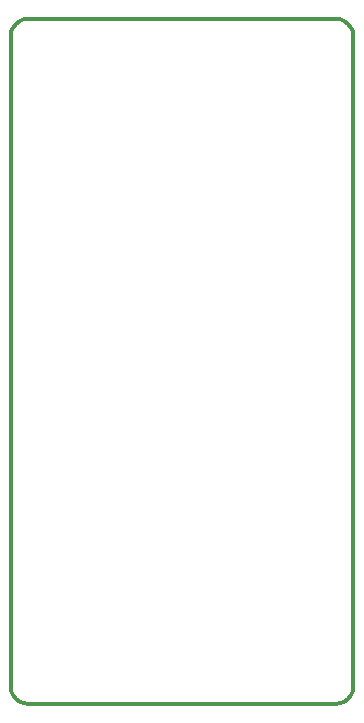
<source format=gbr>
%TF.GenerationSoftware,KiCad,Pcbnew,7.0.6-0*%
%TF.CreationDate,2024-01-10T12:45:23-06:00*%
%TF.ProjectId,ESP32_DevKit,45535033-325f-4446-9576-4b69742e6b69,rev?*%
%TF.SameCoordinates,Original*%
%TF.FileFunction,Profile,NP*%
%FSLAX46Y46*%
G04 Gerber Fmt 4.6, Leading zero omitted, Abs format (unit mm)*
G04 Created by KiCad (PCBNEW 7.0.6-0) date 2024-01-10 12:45:23*
%MOMM*%
%LPD*%
G01*
G04 APERTURE LIST*
%TA.AperFunction,Profile*%
%ADD10C,0.350000*%
%TD*%
%ADD11C,0.350000*%
G04 APERTURE END LIST*
D10*
X203530000Y-104920000D02*
X177424034Y-104920000D01*
D11*
X175977017Y-48367017D02*
X176022572Y-48005384D01*
X176151664Y-47677282D01*
X176400838Y-47343821D01*
X176734299Y-47094647D01*
X177062402Y-46965555D01*
X177424034Y-46920000D01*
X203530000Y-46920000D02*
X203891632Y-46965555D01*
X204219734Y-47094647D01*
X204553195Y-47343821D01*
X204802369Y-47677282D01*
X204931461Y-48005384D01*
X204977017Y-48367017D01*
D10*
X204977017Y-48367017D02*
X204977017Y-103472982D01*
X175977017Y-103472982D02*
X175977017Y-48367017D01*
D11*
X177424034Y-104920000D02*
X177062402Y-104874444D01*
X176734299Y-104745352D01*
X176400838Y-104496178D01*
X176151664Y-104162716D01*
X176022572Y-103834614D01*
X175977017Y-103472982D01*
D10*
X177424034Y-46920000D02*
X203530000Y-46920000D01*
D11*
X204977017Y-103472982D02*
X204931461Y-103834614D01*
X204802369Y-104162716D01*
X204553195Y-104496178D01*
X204219734Y-104745352D01*
X203891632Y-104874444D01*
X203530000Y-104920000D01*
M02*

</source>
